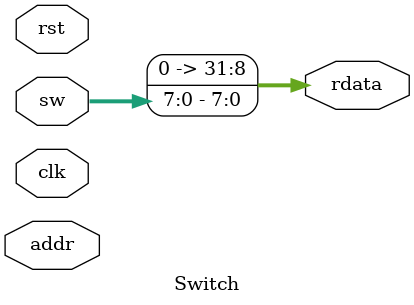
<source format=v>
`timescale 1ns / 1ps

module Switch(
    input wire        rst,
    input wire        clk,
    input wire [31:0] addr,
    input wire [7:0]  sw,  
    output wire [31:0] rdata 
);

    assign rdata = { 24'd0 , sw };  

endmodule
</source>
